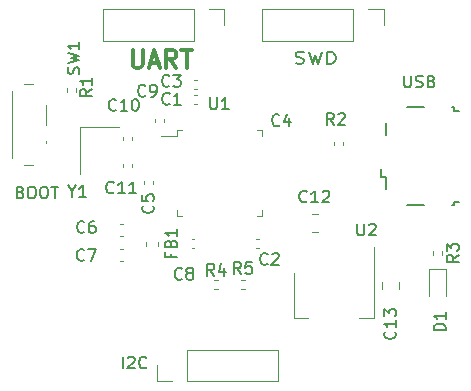
<source format=gbr>
%TF.GenerationSoftware,KiCad,Pcbnew,7.0.8*%
%TF.CreationDate,2025-06-01T22:45:16-07:00*%
%TF.ProjectId,ohm_project,6f686d5f-7072-46f6-9a65-63742e6b6963,rev?*%
%TF.SameCoordinates,Original*%
%TF.FileFunction,Legend,Top*%
%TF.FilePolarity,Positive*%
%FSLAX46Y46*%
G04 Gerber Fmt 4.6, Leading zero omitted, Abs format (unit mm)*
G04 Created by KiCad (PCBNEW 7.0.8) date 2025-06-01 22:45:16*
%MOMM*%
%LPD*%
G01*
G04 APERTURE LIST*
%ADD10C,0.150000*%
%ADD11C,0.300000*%
%ADD12C,0.200000*%
%ADD13C,0.120000*%
G04 APERTURE END LIST*
D10*
X176136779Y-47669819D02*
X176136779Y-48479342D01*
X176136779Y-48479342D02*
X176184398Y-48574580D01*
X176184398Y-48574580D02*
X176232017Y-48622200D01*
X176232017Y-48622200D02*
X176327255Y-48669819D01*
X176327255Y-48669819D02*
X176517731Y-48669819D01*
X176517731Y-48669819D02*
X176612969Y-48622200D01*
X176612969Y-48622200D02*
X176660588Y-48574580D01*
X176660588Y-48574580D02*
X176708207Y-48479342D01*
X176708207Y-48479342D02*
X176708207Y-47669819D01*
X177136779Y-48622200D02*
X177279636Y-48669819D01*
X177279636Y-48669819D02*
X177517731Y-48669819D01*
X177517731Y-48669819D02*
X177612969Y-48622200D01*
X177612969Y-48622200D02*
X177660588Y-48574580D01*
X177660588Y-48574580D02*
X177708207Y-48479342D01*
X177708207Y-48479342D02*
X177708207Y-48384104D01*
X177708207Y-48384104D02*
X177660588Y-48288866D01*
X177660588Y-48288866D02*
X177612969Y-48241247D01*
X177612969Y-48241247D02*
X177517731Y-48193628D01*
X177517731Y-48193628D02*
X177327255Y-48146009D01*
X177327255Y-48146009D02*
X177232017Y-48098390D01*
X177232017Y-48098390D02*
X177184398Y-48050771D01*
X177184398Y-48050771D02*
X177136779Y-47955533D01*
X177136779Y-47955533D02*
X177136779Y-47860295D01*
X177136779Y-47860295D02*
X177184398Y-47765057D01*
X177184398Y-47765057D02*
X177232017Y-47717438D01*
X177232017Y-47717438D02*
X177327255Y-47669819D01*
X177327255Y-47669819D02*
X177565350Y-47669819D01*
X177565350Y-47669819D02*
X177708207Y-47717438D01*
X178470112Y-48146009D02*
X178612969Y-48193628D01*
X178612969Y-48193628D02*
X178660588Y-48241247D01*
X178660588Y-48241247D02*
X178708207Y-48336485D01*
X178708207Y-48336485D02*
X178708207Y-48479342D01*
X178708207Y-48479342D02*
X178660588Y-48574580D01*
X178660588Y-48574580D02*
X178612969Y-48622200D01*
X178612969Y-48622200D02*
X178517731Y-48669819D01*
X178517731Y-48669819D02*
X178136779Y-48669819D01*
X178136779Y-48669819D02*
X178136779Y-47669819D01*
X178136779Y-47669819D02*
X178470112Y-47669819D01*
X178470112Y-47669819D02*
X178565350Y-47717438D01*
X178565350Y-47717438D02*
X178612969Y-47765057D01*
X178612969Y-47765057D02*
X178660588Y-47860295D01*
X178660588Y-47860295D02*
X178660588Y-47955533D01*
X178660588Y-47955533D02*
X178612969Y-48050771D01*
X178612969Y-48050771D02*
X178565350Y-48098390D01*
X178565350Y-48098390D02*
X178470112Y-48146009D01*
X178470112Y-48146009D02*
X178136779Y-48146009D01*
X152336779Y-72469819D02*
X152336779Y-71469819D01*
X152765350Y-71565057D02*
X152812969Y-71517438D01*
X152812969Y-71517438D02*
X152908207Y-71469819D01*
X152908207Y-71469819D02*
X153146302Y-71469819D01*
X153146302Y-71469819D02*
X153241540Y-71517438D01*
X153241540Y-71517438D02*
X153289159Y-71565057D01*
X153289159Y-71565057D02*
X153336778Y-71660295D01*
X153336778Y-71660295D02*
X153336778Y-71755533D01*
X153336778Y-71755533D02*
X153289159Y-71898390D01*
X153289159Y-71898390D02*
X152717731Y-72469819D01*
X152717731Y-72469819D02*
X153336778Y-72469819D01*
X154336778Y-72374580D02*
X154289159Y-72422200D01*
X154289159Y-72422200D02*
X154146302Y-72469819D01*
X154146302Y-72469819D02*
X154051064Y-72469819D01*
X154051064Y-72469819D02*
X153908207Y-72422200D01*
X153908207Y-72422200D02*
X153812969Y-72326961D01*
X153812969Y-72326961D02*
X153765350Y-72231723D01*
X153765350Y-72231723D02*
X153717731Y-72041247D01*
X153717731Y-72041247D02*
X153717731Y-71898390D01*
X153717731Y-71898390D02*
X153765350Y-71707914D01*
X153765350Y-71707914D02*
X153812969Y-71612676D01*
X153812969Y-71612676D02*
X153908207Y-71517438D01*
X153908207Y-71517438D02*
X154051064Y-71469819D01*
X154051064Y-71469819D02*
X154146302Y-71469819D01*
X154146302Y-71469819D02*
X154289159Y-71517438D01*
X154289159Y-71517438D02*
X154336778Y-71565057D01*
X143670112Y-57546009D02*
X143812969Y-57593628D01*
X143812969Y-57593628D02*
X143860588Y-57641247D01*
X143860588Y-57641247D02*
X143908207Y-57736485D01*
X143908207Y-57736485D02*
X143908207Y-57879342D01*
X143908207Y-57879342D02*
X143860588Y-57974580D01*
X143860588Y-57974580D02*
X143812969Y-58022200D01*
X143812969Y-58022200D02*
X143717731Y-58069819D01*
X143717731Y-58069819D02*
X143336779Y-58069819D01*
X143336779Y-58069819D02*
X143336779Y-57069819D01*
X143336779Y-57069819D02*
X143670112Y-57069819D01*
X143670112Y-57069819D02*
X143765350Y-57117438D01*
X143765350Y-57117438D02*
X143812969Y-57165057D01*
X143812969Y-57165057D02*
X143860588Y-57260295D01*
X143860588Y-57260295D02*
X143860588Y-57355533D01*
X143860588Y-57355533D02*
X143812969Y-57450771D01*
X143812969Y-57450771D02*
X143765350Y-57498390D01*
X143765350Y-57498390D02*
X143670112Y-57546009D01*
X143670112Y-57546009D02*
X143336779Y-57546009D01*
X144527255Y-57069819D02*
X144717731Y-57069819D01*
X144717731Y-57069819D02*
X144812969Y-57117438D01*
X144812969Y-57117438D02*
X144908207Y-57212676D01*
X144908207Y-57212676D02*
X144955826Y-57403152D01*
X144955826Y-57403152D02*
X144955826Y-57736485D01*
X144955826Y-57736485D02*
X144908207Y-57926961D01*
X144908207Y-57926961D02*
X144812969Y-58022200D01*
X144812969Y-58022200D02*
X144717731Y-58069819D01*
X144717731Y-58069819D02*
X144527255Y-58069819D01*
X144527255Y-58069819D02*
X144432017Y-58022200D01*
X144432017Y-58022200D02*
X144336779Y-57926961D01*
X144336779Y-57926961D02*
X144289160Y-57736485D01*
X144289160Y-57736485D02*
X144289160Y-57403152D01*
X144289160Y-57403152D02*
X144336779Y-57212676D01*
X144336779Y-57212676D02*
X144432017Y-57117438D01*
X144432017Y-57117438D02*
X144527255Y-57069819D01*
X145574874Y-57069819D02*
X145765350Y-57069819D01*
X145765350Y-57069819D02*
X145860588Y-57117438D01*
X145860588Y-57117438D02*
X145955826Y-57212676D01*
X145955826Y-57212676D02*
X146003445Y-57403152D01*
X146003445Y-57403152D02*
X146003445Y-57736485D01*
X146003445Y-57736485D02*
X145955826Y-57926961D01*
X145955826Y-57926961D02*
X145860588Y-58022200D01*
X145860588Y-58022200D02*
X145765350Y-58069819D01*
X145765350Y-58069819D02*
X145574874Y-58069819D01*
X145574874Y-58069819D02*
X145479636Y-58022200D01*
X145479636Y-58022200D02*
X145384398Y-57926961D01*
X145384398Y-57926961D02*
X145336779Y-57736485D01*
X145336779Y-57736485D02*
X145336779Y-57403152D01*
X145336779Y-57403152D02*
X145384398Y-57212676D01*
X145384398Y-57212676D02*
X145479636Y-57117438D01*
X145479636Y-57117438D02*
X145574874Y-57069819D01*
X146289160Y-57069819D02*
X146860588Y-57069819D01*
X146574874Y-58069819D02*
X146574874Y-57069819D01*
D11*
X153154510Y-45500828D02*
X153154510Y-46715114D01*
X153154510Y-46715114D02*
X153225939Y-46857971D01*
X153225939Y-46857971D02*
X153297368Y-46929400D01*
X153297368Y-46929400D02*
X153440225Y-47000828D01*
X153440225Y-47000828D02*
X153725939Y-47000828D01*
X153725939Y-47000828D02*
X153868796Y-46929400D01*
X153868796Y-46929400D02*
X153940225Y-46857971D01*
X153940225Y-46857971D02*
X154011653Y-46715114D01*
X154011653Y-46715114D02*
X154011653Y-45500828D01*
X154654511Y-46572257D02*
X155368797Y-46572257D01*
X154511654Y-47000828D02*
X155011654Y-45500828D01*
X155011654Y-45500828D02*
X155511654Y-47000828D01*
X156868796Y-47000828D02*
X156368796Y-46286542D01*
X156011653Y-47000828D02*
X156011653Y-45500828D01*
X156011653Y-45500828D02*
X156583082Y-45500828D01*
X156583082Y-45500828D02*
X156725939Y-45572257D01*
X156725939Y-45572257D02*
X156797368Y-45643685D01*
X156797368Y-45643685D02*
X156868796Y-45786542D01*
X156868796Y-45786542D02*
X156868796Y-46000828D01*
X156868796Y-46000828D02*
X156797368Y-46143685D01*
X156797368Y-46143685D02*
X156725939Y-46215114D01*
X156725939Y-46215114D02*
X156583082Y-46286542D01*
X156583082Y-46286542D02*
X156011653Y-46286542D01*
X157297368Y-45500828D02*
X158154511Y-45500828D01*
X157725939Y-47000828D02*
X157725939Y-45500828D01*
D12*
X166969673Y-46619600D02*
X167148244Y-46667219D01*
X167148244Y-46667219D02*
X167445863Y-46667219D01*
X167445863Y-46667219D02*
X167564911Y-46619600D01*
X167564911Y-46619600D02*
X167624435Y-46571980D01*
X167624435Y-46571980D02*
X167683958Y-46476742D01*
X167683958Y-46476742D02*
X167683958Y-46381504D01*
X167683958Y-46381504D02*
X167624435Y-46286266D01*
X167624435Y-46286266D02*
X167564911Y-46238647D01*
X167564911Y-46238647D02*
X167445863Y-46191028D01*
X167445863Y-46191028D02*
X167207768Y-46143409D01*
X167207768Y-46143409D02*
X167088720Y-46095790D01*
X167088720Y-46095790D02*
X167029197Y-46048171D01*
X167029197Y-46048171D02*
X166969673Y-45952933D01*
X166969673Y-45952933D02*
X166969673Y-45857695D01*
X166969673Y-45857695D02*
X167029197Y-45762457D01*
X167029197Y-45762457D02*
X167088720Y-45714838D01*
X167088720Y-45714838D02*
X167207768Y-45667219D01*
X167207768Y-45667219D02*
X167505387Y-45667219D01*
X167505387Y-45667219D02*
X167683958Y-45714838D01*
X168100625Y-45667219D02*
X168398244Y-46667219D01*
X168398244Y-46667219D02*
X168636339Y-45952933D01*
X168636339Y-45952933D02*
X168874434Y-46667219D01*
X168874434Y-46667219D02*
X169172054Y-45667219D01*
X169648244Y-46667219D02*
X169648244Y-45667219D01*
X169648244Y-45667219D02*
X169945863Y-45667219D01*
X169945863Y-45667219D02*
X170124434Y-45714838D01*
X170124434Y-45714838D02*
X170243482Y-45810076D01*
X170243482Y-45810076D02*
X170303005Y-45905314D01*
X170303005Y-45905314D02*
X170362529Y-46095790D01*
X170362529Y-46095790D02*
X170362529Y-46238647D01*
X170362529Y-46238647D02*
X170303005Y-46429123D01*
X170303005Y-46429123D02*
X170243482Y-46524361D01*
X170243482Y-46524361D02*
X170124434Y-46619600D01*
X170124434Y-46619600D02*
X169945863Y-46667219D01*
X169945863Y-46667219D02*
X169648244Y-46667219D01*
D10*
X154859580Y-58686666D02*
X154907200Y-58734285D01*
X154907200Y-58734285D02*
X154954819Y-58877142D01*
X154954819Y-58877142D02*
X154954819Y-58972380D01*
X154954819Y-58972380D02*
X154907200Y-59115237D01*
X154907200Y-59115237D02*
X154811961Y-59210475D01*
X154811961Y-59210475D02*
X154716723Y-59258094D01*
X154716723Y-59258094D02*
X154526247Y-59305713D01*
X154526247Y-59305713D02*
X154383390Y-59305713D01*
X154383390Y-59305713D02*
X154192914Y-59258094D01*
X154192914Y-59258094D02*
X154097676Y-59210475D01*
X154097676Y-59210475D02*
X154002438Y-59115237D01*
X154002438Y-59115237D02*
X153954819Y-58972380D01*
X153954819Y-58972380D02*
X153954819Y-58877142D01*
X153954819Y-58877142D02*
X154002438Y-58734285D01*
X154002438Y-58734285D02*
X154050057Y-58686666D01*
X153954819Y-57781904D02*
X153954819Y-58258094D01*
X153954819Y-58258094D02*
X154431009Y-58305713D01*
X154431009Y-58305713D02*
X154383390Y-58258094D01*
X154383390Y-58258094D02*
X154335771Y-58162856D01*
X154335771Y-58162856D02*
X154335771Y-57924761D01*
X154335771Y-57924761D02*
X154383390Y-57829523D01*
X154383390Y-57829523D02*
X154431009Y-57781904D01*
X154431009Y-57781904D02*
X154526247Y-57734285D01*
X154526247Y-57734285D02*
X154764342Y-57734285D01*
X154764342Y-57734285D02*
X154859580Y-57781904D01*
X154859580Y-57781904D02*
X154907200Y-57829523D01*
X154907200Y-57829523D02*
X154954819Y-57924761D01*
X154954819Y-57924761D02*
X154954819Y-58162856D01*
X154954819Y-58162856D02*
X154907200Y-58258094D01*
X154907200Y-58258094D02*
X154859580Y-58305713D01*
X167907142Y-58309580D02*
X167859523Y-58357200D01*
X167859523Y-58357200D02*
X167716666Y-58404819D01*
X167716666Y-58404819D02*
X167621428Y-58404819D01*
X167621428Y-58404819D02*
X167478571Y-58357200D01*
X167478571Y-58357200D02*
X167383333Y-58261961D01*
X167383333Y-58261961D02*
X167335714Y-58166723D01*
X167335714Y-58166723D02*
X167288095Y-57976247D01*
X167288095Y-57976247D02*
X167288095Y-57833390D01*
X167288095Y-57833390D02*
X167335714Y-57642914D01*
X167335714Y-57642914D02*
X167383333Y-57547676D01*
X167383333Y-57547676D02*
X167478571Y-57452438D01*
X167478571Y-57452438D02*
X167621428Y-57404819D01*
X167621428Y-57404819D02*
X167716666Y-57404819D01*
X167716666Y-57404819D02*
X167859523Y-57452438D01*
X167859523Y-57452438D02*
X167907142Y-57500057D01*
X168859523Y-58404819D02*
X168288095Y-58404819D01*
X168573809Y-58404819D02*
X168573809Y-57404819D01*
X168573809Y-57404819D02*
X168478571Y-57547676D01*
X168478571Y-57547676D02*
X168383333Y-57642914D01*
X168383333Y-57642914D02*
X168288095Y-57690533D01*
X169240476Y-57500057D02*
X169288095Y-57452438D01*
X169288095Y-57452438D02*
X169383333Y-57404819D01*
X169383333Y-57404819D02*
X169621428Y-57404819D01*
X169621428Y-57404819D02*
X169716666Y-57452438D01*
X169716666Y-57452438D02*
X169764285Y-57500057D01*
X169764285Y-57500057D02*
X169811904Y-57595295D01*
X169811904Y-57595295D02*
X169811904Y-57690533D01*
X169811904Y-57690533D02*
X169764285Y-57833390D01*
X169764285Y-57833390D02*
X169192857Y-58404819D01*
X169192857Y-58404819D02*
X169811904Y-58404819D01*
X179654819Y-69250594D02*
X178654819Y-69250594D01*
X178654819Y-69250594D02*
X178654819Y-69012499D01*
X178654819Y-69012499D02*
X178702438Y-68869642D01*
X178702438Y-68869642D02*
X178797676Y-68774404D01*
X178797676Y-68774404D02*
X178892914Y-68726785D01*
X178892914Y-68726785D02*
X179083390Y-68679166D01*
X179083390Y-68679166D02*
X179226247Y-68679166D01*
X179226247Y-68679166D02*
X179416723Y-68726785D01*
X179416723Y-68726785D02*
X179511961Y-68774404D01*
X179511961Y-68774404D02*
X179607200Y-68869642D01*
X179607200Y-68869642D02*
X179654819Y-69012499D01*
X179654819Y-69012499D02*
X179654819Y-69250594D01*
X179654819Y-67726785D02*
X179654819Y-68298213D01*
X179654819Y-68012499D02*
X178654819Y-68012499D01*
X178654819Y-68012499D02*
X178797676Y-68107737D01*
X178797676Y-68107737D02*
X178892914Y-68202975D01*
X178892914Y-68202975D02*
X178940533Y-68298213D01*
X148023809Y-57478628D02*
X148023809Y-57954819D01*
X147690476Y-56954819D02*
X148023809Y-57478628D01*
X148023809Y-57478628D02*
X148357142Y-56954819D01*
X149214285Y-57954819D02*
X148642857Y-57954819D01*
X148928571Y-57954819D02*
X148928571Y-56954819D01*
X148928571Y-56954819D02*
X148833333Y-57097676D01*
X148833333Y-57097676D02*
X148738095Y-57192914D01*
X148738095Y-57192914D02*
X148642857Y-57240533D01*
X151757142Y-50559580D02*
X151709523Y-50607200D01*
X151709523Y-50607200D02*
X151566666Y-50654819D01*
X151566666Y-50654819D02*
X151471428Y-50654819D01*
X151471428Y-50654819D02*
X151328571Y-50607200D01*
X151328571Y-50607200D02*
X151233333Y-50511961D01*
X151233333Y-50511961D02*
X151185714Y-50416723D01*
X151185714Y-50416723D02*
X151138095Y-50226247D01*
X151138095Y-50226247D02*
X151138095Y-50083390D01*
X151138095Y-50083390D02*
X151185714Y-49892914D01*
X151185714Y-49892914D02*
X151233333Y-49797676D01*
X151233333Y-49797676D02*
X151328571Y-49702438D01*
X151328571Y-49702438D02*
X151471428Y-49654819D01*
X151471428Y-49654819D02*
X151566666Y-49654819D01*
X151566666Y-49654819D02*
X151709523Y-49702438D01*
X151709523Y-49702438D02*
X151757142Y-49750057D01*
X152709523Y-50654819D02*
X152138095Y-50654819D01*
X152423809Y-50654819D02*
X152423809Y-49654819D01*
X152423809Y-49654819D02*
X152328571Y-49797676D01*
X152328571Y-49797676D02*
X152233333Y-49892914D01*
X152233333Y-49892914D02*
X152138095Y-49940533D01*
X153328571Y-49654819D02*
X153423809Y-49654819D01*
X153423809Y-49654819D02*
X153519047Y-49702438D01*
X153519047Y-49702438D02*
X153566666Y-49750057D01*
X153566666Y-49750057D02*
X153614285Y-49845295D01*
X153614285Y-49845295D02*
X153661904Y-50035771D01*
X153661904Y-50035771D02*
X153661904Y-50273866D01*
X153661904Y-50273866D02*
X153614285Y-50464342D01*
X153614285Y-50464342D02*
X153566666Y-50559580D01*
X153566666Y-50559580D02*
X153519047Y-50607200D01*
X153519047Y-50607200D02*
X153423809Y-50654819D01*
X153423809Y-50654819D02*
X153328571Y-50654819D01*
X153328571Y-50654819D02*
X153233333Y-50607200D01*
X153233333Y-50607200D02*
X153185714Y-50559580D01*
X153185714Y-50559580D02*
X153138095Y-50464342D01*
X153138095Y-50464342D02*
X153090476Y-50273866D01*
X153090476Y-50273866D02*
X153090476Y-50035771D01*
X153090476Y-50035771D02*
X153138095Y-49845295D01*
X153138095Y-49845295D02*
X153185714Y-49750057D01*
X153185714Y-49750057D02*
X153233333Y-49702438D01*
X153233333Y-49702438D02*
X153328571Y-49654819D01*
D12*
X159738095Y-49514719D02*
X159738095Y-50324242D01*
X159738095Y-50324242D02*
X159785714Y-50419480D01*
X159785714Y-50419480D02*
X159833333Y-50467100D01*
X159833333Y-50467100D02*
X159928571Y-50514719D01*
X159928571Y-50514719D02*
X160119047Y-50514719D01*
X160119047Y-50514719D02*
X160214285Y-50467100D01*
X160214285Y-50467100D02*
X160261904Y-50419480D01*
X160261904Y-50419480D02*
X160309523Y-50324242D01*
X160309523Y-50324242D02*
X160309523Y-49514719D01*
X161309523Y-50514719D02*
X160738095Y-50514719D01*
X161023809Y-50514719D02*
X161023809Y-49514719D01*
X161023809Y-49514719D02*
X160928571Y-49657576D01*
X160928571Y-49657576D02*
X160833333Y-49752814D01*
X160833333Y-49752814D02*
X160738095Y-49800433D01*
D10*
X170183333Y-51854819D02*
X169850000Y-51378628D01*
X169611905Y-51854819D02*
X169611905Y-50854819D01*
X169611905Y-50854819D02*
X169992857Y-50854819D01*
X169992857Y-50854819D02*
X170088095Y-50902438D01*
X170088095Y-50902438D02*
X170135714Y-50950057D01*
X170135714Y-50950057D02*
X170183333Y-51045295D01*
X170183333Y-51045295D02*
X170183333Y-51188152D01*
X170183333Y-51188152D02*
X170135714Y-51283390D01*
X170135714Y-51283390D02*
X170088095Y-51331009D01*
X170088095Y-51331009D02*
X169992857Y-51378628D01*
X169992857Y-51378628D02*
X169611905Y-51378628D01*
X170564286Y-50950057D02*
X170611905Y-50902438D01*
X170611905Y-50902438D02*
X170707143Y-50854819D01*
X170707143Y-50854819D02*
X170945238Y-50854819D01*
X170945238Y-50854819D02*
X171040476Y-50902438D01*
X171040476Y-50902438D02*
X171088095Y-50950057D01*
X171088095Y-50950057D02*
X171135714Y-51045295D01*
X171135714Y-51045295D02*
X171135714Y-51140533D01*
X171135714Y-51140533D02*
X171088095Y-51283390D01*
X171088095Y-51283390D02*
X170516667Y-51854819D01*
X170516667Y-51854819D02*
X171135714Y-51854819D01*
X148607200Y-47533332D02*
X148654819Y-47390475D01*
X148654819Y-47390475D02*
X148654819Y-47152380D01*
X148654819Y-47152380D02*
X148607200Y-47057142D01*
X148607200Y-47057142D02*
X148559580Y-47009523D01*
X148559580Y-47009523D02*
X148464342Y-46961904D01*
X148464342Y-46961904D02*
X148369104Y-46961904D01*
X148369104Y-46961904D02*
X148273866Y-47009523D01*
X148273866Y-47009523D02*
X148226247Y-47057142D01*
X148226247Y-47057142D02*
X148178628Y-47152380D01*
X148178628Y-47152380D02*
X148131009Y-47342856D01*
X148131009Y-47342856D02*
X148083390Y-47438094D01*
X148083390Y-47438094D02*
X148035771Y-47485713D01*
X148035771Y-47485713D02*
X147940533Y-47533332D01*
X147940533Y-47533332D02*
X147845295Y-47533332D01*
X147845295Y-47533332D02*
X147750057Y-47485713D01*
X147750057Y-47485713D02*
X147702438Y-47438094D01*
X147702438Y-47438094D02*
X147654819Y-47342856D01*
X147654819Y-47342856D02*
X147654819Y-47104761D01*
X147654819Y-47104761D02*
X147702438Y-46961904D01*
X147654819Y-46628570D02*
X148654819Y-46390475D01*
X148654819Y-46390475D02*
X147940533Y-46199999D01*
X147940533Y-46199999D02*
X148654819Y-46009523D01*
X148654819Y-46009523D02*
X147654819Y-45771428D01*
X148654819Y-44866666D02*
X148654819Y-45438094D01*
X148654819Y-45152380D02*
X147654819Y-45152380D01*
X147654819Y-45152380D02*
X147797676Y-45247618D01*
X147797676Y-45247618D02*
X147892914Y-45342856D01*
X147892914Y-45342856D02*
X147940533Y-45438094D01*
X164583333Y-63609580D02*
X164535714Y-63657200D01*
X164535714Y-63657200D02*
X164392857Y-63704819D01*
X164392857Y-63704819D02*
X164297619Y-63704819D01*
X164297619Y-63704819D02*
X164154762Y-63657200D01*
X164154762Y-63657200D02*
X164059524Y-63561961D01*
X164059524Y-63561961D02*
X164011905Y-63466723D01*
X164011905Y-63466723D02*
X163964286Y-63276247D01*
X163964286Y-63276247D02*
X163964286Y-63133390D01*
X163964286Y-63133390D02*
X164011905Y-62942914D01*
X164011905Y-62942914D02*
X164059524Y-62847676D01*
X164059524Y-62847676D02*
X164154762Y-62752438D01*
X164154762Y-62752438D02*
X164297619Y-62704819D01*
X164297619Y-62704819D02*
X164392857Y-62704819D01*
X164392857Y-62704819D02*
X164535714Y-62752438D01*
X164535714Y-62752438D02*
X164583333Y-62800057D01*
X164964286Y-62800057D02*
X165011905Y-62752438D01*
X165011905Y-62752438D02*
X165107143Y-62704819D01*
X165107143Y-62704819D02*
X165345238Y-62704819D01*
X165345238Y-62704819D02*
X165440476Y-62752438D01*
X165440476Y-62752438D02*
X165488095Y-62800057D01*
X165488095Y-62800057D02*
X165535714Y-62895295D01*
X165535714Y-62895295D02*
X165535714Y-62990533D01*
X165535714Y-62990533D02*
X165488095Y-63133390D01*
X165488095Y-63133390D02*
X164916667Y-63704819D01*
X164916667Y-63704819D02*
X165535714Y-63704819D01*
X172188095Y-60204819D02*
X172188095Y-61014342D01*
X172188095Y-61014342D02*
X172235714Y-61109580D01*
X172235714Y-61109580D02*
X172283333Y-61157200D01*
X172283333Y-61157200D02*
X172378571Y-61204819D01*
X172378571Y-61204819D02*
X172569047Y-61204819D01*
X172569047Y-61204819D02*
X172664285Y-61157200D01*
X172664285Y-61157200D02*
X172711904Y-61109580D01*
X172711904Y-61109580D02*
X172759523Y-61014342D01*
X172759523Y-61014342D02*
X172759523Y-60204819D01*
X173188095Y-60300057D02*
X173235714Y-60252438D01*
X173235714Y-60252438D02*
X173330952Y-60204819D01*
X173330952Y-60204819D02*
X173569047Y-60204819D01*
X173569047Y-60204819D02*
X173664285Y-60252438D01*
X173664285Y-60252438D02*
X173711904Y-60300057D01*
X173711904Y-60300057D02*
X173759523Y-60395295D01*
X173759523Y-60395295D02*
X173759523Y-60490533D01*
X173759523Y-60490533D02*
X173711904Y-60633390D01*
X173711904Y-60633390D02*
X173140476Y-61204819D01*
X173140476Y-61204819D02*
X173759523Y-61204819D01*
X160063333Y-64604819D02*
X159730000Y-64128628D01*
X159491905Y-64604819D02*
X159491905Y-63604819D01*
X159491905Y-63604819D02*
X159872857Y-63604819D01*
X159872857Y-63604819D02*
X159968095Y-63652438D01*
X159968095Y-63652438D02*
X160015714Y-63700057D01*
X160015714Y-63700057D02*
X160063333Y-63795295D01*
X160063333Y-63795295D02*
X160063333Y-63938152D01*
X160063333Y-63938152D02*
X160015714Y-64033390D01*
X160015714Y-64033390D02*
X159968095Y-64081009D01*
X159968095Y-64081009D02*
X159872857Y-64128628D01*
X159872857Y-64128628D02*
X159491905Y-64128628D01*
X160920476Y-63938152D02*
X160920476Y-64604819D01*
X160682381Y-63557200D02*
X160444286Y-64271485D01*
X160444286Y-64271485D02*
X161063333Y-64271485D01*
X156267333Y-48515580D02*
X156219714Y-48563200D01*
X156219714Y-48563200D02*
X156076857Y-48610819D01*
X156076857Y-48610819D02*
X155981619Y-48610819D01*
X155981619Y-48610819D02*
X155838762Y-48563200D01*
X155838762Y-48563200D02*
X155743524Y-48467961D01*
X155743524Y-48467961D02*
X155695905Y-48372723D01*
X155695905Y-48372723D02*
X155648286Y-48182247D01*
X155648286Y-48182247D02*
X155648286Y-48039390D01*
X155648286Y-48039390D02*
X155695905Y-47848914D01*
X155695905Y-47848914D02*
X155743524Y-47753676D01*
X155743524Y-47753676D02*
X155838762Y-47658438D01*
X155838762Y-47658438D02*
X155981619Y-47610819D01*
X155981619Y-47610819D02*
X156076857Y-47610819D01*
X156076857Y-47610819D02*
X156219714Y-47658438D01*
X156219714Y-47658438D02*
X156267333Y-47706057D01*
X156600667Y-47610819D02*
X157219714Y-47610819D01*
X157219714Y-47610819D02*
X156886381Y-47991771D01*
X156886381Y-47991771D02*
X157029238Y-47991771D01*
X157029238Y-47991771D02*
X157124476Y-48039390D01*
X157124476Y-48039390D02*
X157172095Y-48087009D01*
X157172095Y-48087009D02*
X157219714Y-48182247D01*
X157219714Y-48182247D02*
X157219714Y-48420342D01*
X157219714Y-48420342D02*
X157172095Y-48515580D01*
X157172095Y-48515580D02*
X157124476Y-48563200D01*
X157124476Y-48563200D02*
X157029238Y-48610819D01*
X157029238Y-48610819D02*
X156743524Y-48610819D01*
X156743524Y-48610819D02*
X156648286Y-48563200D01*
X156648286Y-48563200D02*
X156600667Y-48515580D01*
X165583333Y-51859580D02*
X165535714Y-51907200D01*
X165535714Y-51907200D02*
X165392857Y-51954819D01*
X165392857Y-51954819D02*
X165297619Y-51954819D01*
X165297619Y-51954819D02*
X165154762Y-51907200D01*
X165154762Y-51907200D02*
X165059524Y-51811961D01*
X165059524Y-51811961D02*
X165011905Y-51716723D01*
X165011905Y-51716723D02*
X164964286Y-51526247D01*
X164964286Y-51526247D02*
X164964286Y-51383390D01*
X164964286Y-51383390D02*
X165011905Y-51192914D01*
X165011905Y-51192914D02*
X165059524Y-51097676D01*
X165059524Y-51097676D02*
X165154762Y-51002438D01*
X165154762Y-51002438D02*
X165297619Y-50954819D01*
X165297619Y-50954819D02*
X165392857Y-50954819D01*
X165392857Y-50954819D02*
X165535714Y-51002438D01*
X165535714Y-51002438D02*
X165583333Y-51050057D01*
X166440476Y-51288152D02*
X166440476Y-51954819D01*
X166202381Y-50907200D02*
X165964286Y-51621485D01*
X165964286Y-51621485D02*
X166583333Y-51621485D01*
X156295333Y-50039580D02*
X156247714Y-50087200D01*
X156247714Y-50087200D02*
X156104857Y-50134819D01*
X156104857Y-50134819D02*
X156009619Y-50134819D01*
X156009619Y-50134819D02*
X155866762Y-50087200D01*
X155866762Y-50087200D02*
X155771524Y-49991961D01*
X155771524Y-49991961D02*
X155723905Y-49896723D01*
X155723905Y-49896723D02*
X155676286Y-49706247D01*
X155676286Y-49706247D02*
X155676286Y-49563390D01*
X155676286Y-49563390D02*
X155723905Y-49372914D01*
X155723905Y-49372914D02*
X155771524Y-49277676D01*
X155771524Y-49277676D02*
X155866762Y-49182438D01*
X155866762Y-49182438D02*
X156009619Y-49134819D01*
X156009619Y-49134819D02*
X156104857Y-49134819D01*
X156104857Y-49134819D02*
X156247714Y-49182438D01*
X156247714Y-49182438D02*
X156295333Y-49230057D01*
X157247714Y-50134819D02*
X156676286Y-50134819D01*
X156962000Y-50134819D02*
X156962000Y-49134819D01*
X156962000Y-49134819D02*
X156866762Y-49277676D01*
X156866762Y-49277676D02*
X156771524Y-49372914D01*
X156771524Y-49372914D02*
X156676286Y-49420533D01*
X154233333Y-49359580D02*
X154185714Y-49407200D01*
X154185714Y-49407200D02*
X154042857Y-49454819D01*
X154042857Y-49454819D02*
X153947619Y-49454819D01*
X153947619Y-49454819D02*
X153804762Y-49407200D01*
X153804762Y-49407200D02*
X153709524Y-49311961D01*
X153709524Y-49311961D02*
X153661905Y-49216723D01*
X153661905Y-49216723D02*
X153614286Y-49026247D01*
X153614286Y-49026247D02*
X153614286Y-48883390D01*
X153614286Y-48883390D02*
X153661905Y-48692914D01*
X153661905Y-48692914D02*
X153709524Y-48597676D01*
X153709524Y-48597676D02*
X153804762Y-48502438D01*
X153804762Y-48502438D02*
X153947619Y-48454819D01*
X153947619Y-48454819D02*
X154042857Y-48454819D01*
X154042857Y-48454819D02*
X154185714Y-48502438D01*
X154185714Y-48502438D02*
X154233333Y-48550057D01*
X154709524Y-49454819D02*
X154900000Y-49454819D01*
X154900000Y-49454819D02*
X154995238Y-49407200D01*
X154995238Y-49407200D02*
X155042857Y-49359580D01*
X155042857Y-49359580D02*
X155138095Y-49216723D01*
X155138095Y-49216723D02*
X155185714Y-49026247D01*
X155185714Y-49026247D02*
X155185714Y-48645295D01*
X155185714Y-48645295D02*
X155138095Y-48550057D01*
X155138095Y-48550057D02*
X155090476Y-48502438D01*
X155090476Y-48502438D02*
X154995238Y-48454819D01*
X154995238Y-48454819D02*
X154804762Y-48454819D01*
X154804762Y-48454819D02*
X154709524Y-48502438D01*
X154709524Y-48502438D02*
X154661905Y-48550057D01*
X154661905Y-48550057D02*
X154614286Y-48645295D01*
X154614286Y-48645295D02*
X154614286Y-48883390D01*
X154614286Y-48883390D02*
X154661905Y-48978628D01*
X154661905Y-48978628D02*
X154709524Y-49026247D01*
X154709524Y-49026247D02*
X154804762Y-49073866D01*
X154804762Y-49073866D02*
X154995238Y-49073866D01*
X154995238Y-49073866D02*
X155090476Y-49026247D01*
X155090476Y-49026247D02*
X155138095Y-48978628D01*
X155138095Y-48978628D02*
X155185714Y-48883390D01*
X162333333Y-64454819D02*
X162000000Y-63978628D01*
X161761905Y-64454819D02*
X161761905Y-63454819D01*
X161761905Y-63454819D02*
X162142857Y-63454819D01*
X162142857Y-63454819D02*
X162238095Y-63502438D01*
X162238095Y-63502438D02*
X162285714Y-63550057D01*
X162285714Y-63550057D02*
X162333333Y-63645295D01*
X162333333Y-63645295D02*
X162333333Y-63788152D01*
X162333333Y-63788152D02*
X162285714Y-63883390D01*
X162285714Y-63883390D02*
X162238095Y-63931009D01*
X162238095Y-63931009D02*
X162142857Y-63978628D01*
X162142857Y-63978628D02*
X161761905Y-63978628D01*
X163238095Y-63454819D02*
X162761905Y-63454819D01*
X162761905Y-63454819D02*
X162714286Y-63931009D01*
X162714286Y-63931009D02*
X162761905Y-63883390D01*
X162761905Y-63883390D02*
X162857143Y-63835771D01*
X162857143Y-63835771D02*
X163095238Y-63835771D01*
X163095238Y-63835771D02*
X163190476Y-63883390D01*
X163190476Y-63883390D02*
X163238095Y-63931009D01*
X163238095Y-63931009D02*
X163285714Y-64026247D01*
X163285714Y-64026247D02*
X163285714Y-64264342D01*
X163285714Y-64264342D02*
X163238095Y-64359580D01*
X163238095Y-64359580D02*
X163190476Y-64407200D01*
X163190476Y-64407200D02*
X163095238Y-64454819D01*
X163095238Y-64454819D02*
X162857143Y-64454819D01*
X162857143Y-64454819D02*
X162761905Y-64407200D01*
X162761905Y-64407200D02*
X162714286Y-64359580D01*
X175359580Y-69342857D02*
X175407200Y-69390476D01*
X175407200Y-69390476D02*
X175454819Y-69533333D01*
X175454819Y-69533333D02*
X175454819Y-69628571D01*
X175454819Y-69628571D02*
X175407200Y-69771428D01*
X175407200Y-69771428D02*
X175311961Y-69866666D01*
X175311961Y-69866666D02*
X175216723Y-69914285D01*
X175216723Y-69914285D02*
X175026247Y-69961904D01*
X175026247Y-69961904D02*
X174883390Y-69961904D01*
X174883390Y-69961904D02*
X174692914Y-69914285D01*
X174692914Y-69914285D02*
X174597676Y-69866666D01*
X174597676Y-69866666D02*
X174502438Y-69771428D01*
X174502438Y-69771428D02*
X174454819Y-69628571D01*
X174454819Y-69628571D02*
X174454819Y-69533333D01*
X174454819Y-69533333D02*
X174502438Y-69390476D01*
X174502438Y-69390476D02*
X174550057Y-69342857D01*
X175454819Y-68390476D02*
X175454819Y-68961904D01*
X175454819Y-68676190D02*
X174454819Y-68676190D01*
X174454819Y-68676190D02*
X174597676Y-68771428D01*
X174597676Y-68771428D02*
X174692914Y-68866666D01*
X174692914Y-68866666D02*
X174740533Y-68961904D01*
X174454819Y-68057142D02*
X174454819Y-67438095D01*
X174454819Y-67438095D02*
X174835771Y-67771428D01*
X174835771Y-67771428D02*
X174835771Y-67628571D01*
X174835771Y-67628571D02*
X174883390Y-67533333D01*
X174883390Y-67533333D02*
X174931009Y-67485714D01*
X174931009Y-67485714D02*
X175026247Y-67438095D01*
X175026247Y-67438095D02*
X175264342Y-67438095D01*
X175264342Y-67438095D02*
X175359580Y-67485714D01*
X175359580Y-67485714D02*
X175407200Y-67533333D01*
X175407200Y-67533333D02*
X175454819Y-67628571D01*
X175454819Y-67628571D02*
X175454819Y-67914285D01*
X175454819Y-67914285D02*
X175407200Y-68009523D01*
X175407200Y-68009523D02*
X175359580Y-68057142D01*
X149053333Y-63259580D02*
X149005714Y-63307200D01*
X149005714Y-63307200D02*
X148862857Y-63354819D01*
X148862857Y-63354819D02*
X148767619Y-63354819D01*
X148767619Y-63354819D02*
X148624762Y-63307200D01*
X148624762Y-63307200D02*
X148529524Y-63211961D01*
X148529524Y-63211961D02*
X148481905Y-63116723D01*
X148481905Y-63116723D02*
X148434286Y-62926247D01*
X148434286Y-62926247D02*
X148434286Y-62783390D01*
X148434286Y-62783390D02*
X148481905Y-62592914D01*
X148481905Y-62592914D02*
X148529524Y-62497676D01*
X148529524Y-62497676D02*
X148624762Y-62402438D01*
X148624762Y-62402438D02*
X148767619Y-62354819D01*
X148767619Y-62354819D02*
X148862857Y-62354819D01*
X148862857Y-62354819D02*
X149005714Y-62402438D01*
X149005714Y-62402438D02*
X149053333Y-62450057D01*
X149386667Y-62354819D02*
X150053333Y-62354819D01*
X150053333Y-62354819D02*
X149624762Y-63354819D01*
X157333333Y-64859580D02*
X157285714Y-64907200D01*
X157285714Y-64907200D02*
X157142857Y-64954819D01*
X157142857Y-64954819D02*
X157047619Y-64954819D01*
X157047619Y-64954819D02*
X156904762Y-64907200D01*
X156904762Y-64907200D02*
X156809524Y-64811961D01*
X156809524Y-64811961D02*
X156761905Y-64716723D01*
X156761905Y-64716723D02*
X156714286Y-64526247D01*
X156714286Y-64526247D02*
X156714286Y-64383390D01*
X156714286Y-64383390D02*
X156761905Y-64192914D01*
X156761905Y-64192914D02*
X156809524Y-64097676D01*
X156809524Y-64097676D02*
X156904762Y-64002438D01*
X156904762Y-64002438D02*
X157047619Y-63954819D01*
X157047619Y-63954819D02*
X157142857Y-63954819D01*
X157142857Y-63954819D02*
X157285714Y-64002438D01*
X157285714Y-64002438D02*
X157333333Y-64050057D01*
X157904762Y-64383390D02*
X157809524Y-64335771D01*
X157809524Y-64335771D02*
X157761905Y-64288152D01*
X157761905Y-64288152D02*
X157714286Y-64192914D01*
X157714286Y-64192914D02*
X157714286Y-64145295D01*
X157714286Y-64145295D02*
X157761905Y-64050057D01*
X157761905Y-64050057D02*
X157809524Y-64002438D01*
X157809524Y-64002438D02*
X157904762Y-63954819D01*
X157904762Y-63954819D02*
X158095238Y-63954819D01*
X158095238Y-63954819D02*
X158190476Y-64002438D01*
X158190476Y-64002438D02*
X158238095Y-64050057D01*
X158238095Y-64050057D02*
X158285714Y-64145295D01*
X158285714Y-64145295D02*
X158285714Y-64192914D01*
X158285714Y-64192914D02*
X158238095Y-64288152D01*
X158238095Y-64288152D02*
X158190476Y-64335771D01*
X158190476Y-64335771D02*
X158095238Y-64383390D01*
X158095238Y-64383390D02*
X157904762Y-64383390D01*
X157904762Y-64383390D02*
X157809524Y-64431009D01*
X157809524Y-64431009D02*
X157761905Y-64478628D01*
X157761905Y-64478628D02*
X157714286Y-64573866D01*
X157714286Y-64573866D02*
X157714286Y-64764342D01*
X157714286Y-64764342D02*
X157761905Y-64859580D01*
X157761905Y-64859580D02*
X157809524Y-64907200D01*
X157809524Y-64907200D02*
X157904762Y-64954819D01*
X157904762Y-64954819D02*
X158095238Y-64954819D01*
X158095238Y-64954819D02*
X158190476Y-64907200D01*
X158190476Y-64907200D02*
X158238095Y-64859580D01*
X158238095Y-64859580D02*
X158285714Y-64764342D01*
X158285714Y-64764342D02*
X158285714Y-64573866D01*
X158285714Y-64573866D02*
X158238095Y-64478628D01*
X158238095Y-64478628D02*
X158190476Y-64431009D01*
X158190476Y-64431009D02*
X158095238Y-64383390D01*
X180754819Y-62856666D02*
X180278628Y-63189999D01*
X180754819Y-63428094D02*
X179754819Y-63428094D01*
X179754819Y-63428094D02*
X179754819Y-63047142D01*
X179754819Y-63047142D02*
X179802438Y-62951904D01*
X179802438Y-62951904D02*
X179850057Y-62904285D01*
X179850057Y-62904285D02*
X179945295Y-62856666D01*
X179945295Y-62856666D02*
X180088152Y-62856666D01*
X180088152Y-62856666D02*
X180183390Y-62904285D01*
X180183390Y-62904285D02*
X180231009Y-62951904D01*
X180231009Y-62951904D02*
X180278628Y-63047142D01*
X180278628Y-63047142D02*
X180278628Y-63428094D01*
X179754819Y-62523332D02*
X179754819Y-61904285D01*
X179754819Y-61904285D02*
X180135771Y-62237618D01*
X180135771Y-62237618D02*
X180135771Y-62094761D01*
X180135771Y-62094761D02*
X180183390Y-61999523D01*
X180183390Y-61999523D02*
X180231009Y-61951904D01*
X180231009Y-61951904D02*
X180326247Y-61904285D01*
X180326247Y-61904285D02*
X180564342Y-61904285D01*
X180564342Y-61904285D02*
X180659580Y-61951904D01*
X180659580Y-61951904D02*
X180707200Y-61999523D01*
X180707200Y-61999523D02*
X180754819Y-62094761D01*
X180754819Y-62094761D02*
X180754819Y-62380475D01*
X180754819Y-62380475D02*
X180707200Y-62475713D01*
X180707200Y-62475713D02*
X180659580Y-62523332D01*
X151557142Y-57559580D02*
X151509523Y-57607200D01*
X151509523Y-57607200D02*
X151366666Y-57654819D01*
X151366666Y-57654819D02*
X151271428Y-57654819D01*
X151271428Y-57654819D02*
X151128571Y-57607200D01*
X151128571Y-57607200D02*
X151033333Y-57511961D01*
X151033333Y-57511961D02*
X150985714Y-57416723D01*
X150985714Y-57416723D02*
X150938095Y-57226247D01*
X150938095Y-57226247D02*
X150938095Y-57083390D01*
X150938095Y-57083390D02*
X150985714Y-56892914D01*
X150985714Y-56892914D02*
X151033333Y-56797676D01*
X151033333Y-56797676D02*
X151128571Y-56702438D01*
X151128571Y-56702438D02*
X151271428Y-56654819D01*
X151271428Y-56654819D02*
X151366666Y-56654819D01*
X151366666Y-56654819D02*
X151509523Y-56702438D01*
X151509523Y-56702438D02*
X151557142Y-56750057D01*
X152509523Y-57654819D02*
X151938095Y-57654819D01*
X152223809Y-57654819D02*
X152223809Y-56654819D01*
X152223809Y-56654819D02*
X152128571Y-56797676D01*
X152128571Y-56797676D02*
X152033333Y-56892914D01*
X152033333Y-56892914D02*
X151938095Y-56940533D01*
X153461904Y-57654819D02*
X152890476Y-57654819D01*
X153176190Y-57654819D02*
X153176190Y-56654819D01*
X153176190Y-56654819D02*
X153080952Y-56797676D01*
X153080952Y-56797676D02*
X152985714Y-56892914D01*
X152985714Y-56892914D02*
X152890476Y-56940533D01*
X156401009Y-62742833D02*
X156401009Y-63076166D01*
X156924819Y-63076166D02*
X155924819Y-63076166D01*
X155924819Y-63076166D02*
X155924819Y-62599976D01*
X156401009Y-61885690D02*
X156448628Y-61742833D01*
X156448628Y-61742833D02*
X156496247Y-61695214D01*
X156496247Y-61695214D02*
X156591485Y-61647595D01*
X156591485Y-61647595D02*
X156734342Y-61647595D01*
X156734342Y-61647595D02*
X156829580Y-61695214D01*
X156829580Y-61695214D02*
X156877200Y-61742833D01*
X156877200Y-61742833D02*
X156924819Y-61838071D01*
X156924819Y-61838071D02*
X156924819Y-62219023D01*
X156924819Y-62219023D02*
X155924819Y-62219023D01*
X155924819Y-62219023D02*
X155924819Y-61885690D01*
X155924819Y-61885690D02*
X155972438Y-61790452D01*
X155972438Y-61790452D02*
X156020057Y-61742833D01*
X156020057Y-61742833D02*
X156115295Y-61695214D01*
X156115295Y-61695214D02*
X156210533Y-61695214D01*
X156210533Y-61695214D02*
X156305771Y-61742833D01*
X156305771Y-61742833D02*
X156353390Y-61790452D01*
X156353390Y-61790452D02*
X156401009Y-61885690D01*
X156401009Y-61885690D02*
X156401009Y-62219023D01*
X156924819Y-60695214D02*
X156924819Y-61266642D01*
X156924819Y-60980928D02*
X155924819Y-60980928D01*
X155924819Y-60980928D02*
X156067676Y-61076166D01*
X156067676Y-61076166D02*
X156162914Y-61171404D01*
X156162914Y-61171404D02*
X156210533Y-61266642D01*
X149704819Y-48816666D02*
X149228628Y-49149999D01*
X149704819Y-49388094D02*
X148704819Y-49388094D01*
X148704819Y-49388094D02*
X148704819Y-49007142D01*
X148704819Y-49007142D02*
X148752438Y-48911904D01*
X148752438Y-48911904D02*
X148800057Y-48864285D01*
X148800057Y-48864285D02*
X148895295Y-48816666D01*
X148895295Y-48816666D02*
X149038152Y-48816666D01*
X149038152Y-48816666D02*
X149133390Y-48864285D01*
X149133390Y-48864285D02*
X149181009Y-48911904D01*
X149181009Y-48911904D02*
X149228628Y-49007142D01*
X149228628Y-49007142D02*
X149228628Y-49388094D01*
X149704819Y-47864285D02*
X149704819Y-48435713D01*
X149704819Y-48149999D02*
X148704819Y-48149999D01*
X148704819Y-48149999D02*
X148847676Y-48245237D01*
X148847676Y-48245237D02*
X148942914Y-48340475D01*
X148942914Y-48340475D02*
X148990533Y-48435713D01*
X149070333Y-60895580D02*
X149022714Y-60943200D01*
X149022714Y-60943200D02*
X148879857Y-60990819D01*
X148879857Y-60990819D02*
X148784619Y-60990819D01*
X148784619Y-60990819D02*
X148641762Y-60943200D01*
X148641762Y-60943200D02*
X148546524Y-60847961D01*
X148546524Y-60847961D02*
X148498905Y-60752723D01*
X148498905Y-60752723D02*
X148451286Y-60562247D01*
X148451286Y-60562247D02*
X148451286Y-60419390D01*
X148451286Y-60419390D02*
X148498905Y-60228914D01*
X148498905Y-60228914D02*
X148546524Y-60133676D01*
X148546524Y-60133676D02*
X148641762Y-60038438D01*
X148641762Y-60038438D02*
X148784619Y-59990819D01*
X148784619Y-59990819D02*
X148879857Y-59990819D01*
X148879857Y-59990819D02*
X149022714Y-60038438D01*
X149022714Y-60038438D02*
X149070333Y-60086057D01*
X149927476Y-59990819D02*
X149737000Y-59990819D01*
X149737000Y-59990819D02*
X149641762Y-60038438D01*
X149641762Y-60038438D02*
X149594143Y-60086057D01*
X149594143Y-60086057D02*
X149498905Y-60228914D01*
X149498905Y-60228914D02*
X149451286Y-60419390D01*
X149451286Y-60419390D02*
X149451286Y-60800342D01*
X149451286Y-60800342D02*
X149498905Y-60895580D01*
X149498905Y-60895580D02*
X149546524Y-60943200D01*
X149546524Y-60943200D02*
X149641762Y-60990819D01*
X149641762Y-60990819D02*
X149832238Y-60990819D01*
X149832238Y-60990819D02*
X149927476Y-60943200D01*
X149927476Y-60943200D02*
X149975095Y-60895580D01*
X149975095Y-60895580D02*
X150022714Y-60800342D01*
X150022714Y-60800342D02*
X150022714Y-60562247D01*
X150022714Y-60562247D02*
X149975095Y-60467009D01*
X149975095Y-60467009D02*
X149927476Y-60419390D01*
X149927476Y-60419390D02*
X149832238Y-60371771D01*
X149832238Y-60371771D02*
X149641762Y-60371771D01*
X149641762Y-60371771D02*
X149546524Y-60419390D01*
X149546524Y-60419390D02*
X149498905Y-60467009D01*
X149498905Y-60467009D02*
X149451286Y-60562247D01*
%TO.C,U3*%
X180345000Y-50350000D02*
X180195000Y-50350000D01*
X177795000Y-50350000D02*
X176395000Y-50350000D01*
X180795000Y-50650000D02*
X180345000Y-50650000D01*
X180345000Y-50650000D02*
X180345000Y-50350000D01*
X174645000Y-52700000D02*
X174645000Y-51700000D01*
X174220000Y-55575000D02*
X174220000Y-56300000D01*
X174645000Y-56300000D02*
X174645000Y-57300000D01*
X174220000Y-56300000D02*
X174645000Y-56300000D01*
X180345000Y-58350000D02*
X180795000Y-58350000D01*
X180345000Y-58650000D02*
X180345000Y-58350000D01*
X180195000Y-58650000D02*
X180345000Y-58650000D01*
X176395000Y-58650000D02*
X177795000Y-58650000D01*
D13*
%TO.C,C5*%
X154860000Y-56857836D02*
X154860000Y-56642164D01*
X154140000Y-56857836D02*
X154140000Y-56642164D01*
%TO.C,J1*%
X174410000Y-42070000D02*
X174410000Y-43400000D01*
X173080000Y-42070000D02*
X174410000Y-42070000D01*
X171810000Y-42070000D02*
X164130000Y-42070000D01*
X171810000Y-42070000D02*
X171810000Y-44730000D01*
X164130000Y-42070000D02*
X164130000Y-44730000D01*
X171810000Y-44730000D02*
X164130000Y-44730000D01*
%TO.C,C12*%
X168338748Y-60885000D02*
X168861252Y-60885000D01*
X168338748Y-59415000D02*
X168861252Y-59415000D01*
%TO.C,D1*%
X179735000Y-64015000D02*
X178265000Y-64015000D01*
X178265000Y-64015000D02*
X178265000Y-66300000D01*
X179735000Y-66300000D02*
X179735000Y-64015000D01*
%TO.C,Y1*%
X152000000Y-52000000D02*
X148700000Y-52000000D01*
X148700000Y-52000000D02*
X148700000Y-56000000D01*
%TO.C,C10*%
X152364000Y-53119836D02*
X152364000Y-52904164D01*
X153084000Y-53119836D02*
X153084000Y-52904164D01*
%TO.C,U1*%
X156890000Y-52302500D02*
X156890000Y-52752500D01*
X156890000Y-52752500D02*
X155600000Y-52752500D01*
X156890000Y-59522500D02*
X156890000Y-59072500D01*
X157340000Y-52302500D02*
X156890000Y-52302500D01*
X157340000Y-59522500D02*
X156890000Y-59522500D01*
X163660000Y-52302500D02*
X164110000Y-52302500D01*
X163660000Y-59522500D02*
X164110000Y-59522500D01*
X164110000Y-52302500D02*
X164110000Y-52752500D01*
X164110000Y-59522500D02*
X164110000Y-59072500D01*
%TO.C,J3*%
X155190000Y-73530000D02*
X155190000Y-72200000D01*
X156520000Y-73530000D02*
X155190000Y-73530000D01*
X157790000Y-73530000D02*
X165470000Y-73530000D01*
X157790000Y-73530000D02*
X157790000Y-70870000D01*
X165470000Y-73530000D02*
X165470000Y-70870000D01*
X157790000Y-70870000D02*
X165470000Y-70870000D01*
%TO.C,J2*%
X160930000Y-42070000D02*
X160930000Y-43400000D01*
X159600000Y-42070000D02*
X160930000Y-42070000D01*
X158330000Y-42070000D02*
X150650000Y-42070000D01*
X158330000Y-42070000D02*
X158330000Y-44730000D01*
X150650000Y-42070000D02*
X150650000Y-44730000D01*
X158330000Y-44730000D02*
X150650000Y-44730000D01*
%TO.C,R2*%
X170980000Y-53256359D02*
X170980000Y-53563641D01*
X170220000Y-53256359D02*
X170220000Y-53563641D01*
%TO.C,SW1*%
X144745000Y-48350000D02*
X143955000Y-48350000D01*
X142945000Y-48950000D02*
X142945000Y-54650000D01*
X145795000Y-50200000D02*
X145795000Y-51900000D01*
X145795000Y-53200000D02*
X145795000Y-53400000D01*
X143955000Y-55250000D02*
X144745000Y-55250000D01*
%TO.C,C2*%
X163827836Y-62260000D02*
X163612164Y-62260000D01*
X163827836Y-61540000D02*
X163612164Y-61540000D01*
%TO.C,U2*%
X173610000Y-62150000D02*
X173610000Y-68160000D01*
X166790000Y-64400000D02*
X166790000Y-68160000D01*
X173610000Y-68160000D02*
X172350000Y-68160000D01*
X166790000Y-68160000D02*
X168050000Y-68160000D01*
%TO.C,R4*%
X160383641Y-65780000D02*
X160076359Y-65780000D01*
X160383641Y-65020000D02*
X160076359Y-65020000D01*
%TO.C,C3*%
X158386164Y-48050000D02*
X158601836Y-48050000D01*
X158386164Y-48770000D02*
X158601836Y-48770000D01*
%TO.C,C1*%
X158358164Y-49320000D02*
X158573836Y-49320000D01*
X158358164Y-50040000D02*
X158573836Y-50040000D01*
%TO.C,C9*%
X155058000Y-51565836D02*
X155058000Y-51350164D01*
X155778000Y-51565836D02*
X155778000Y-51350164D01*
%TO.C,R5*%
X162336359Y-65020000D02*
X162643641Y-65020000D01*
X162336359Y-65780000D02*
X162643641Y-65780000D01*
%TO.C,C13*%
X174265000Y-65711252D02*
X174265000Y-65188748D01*
X175735000Y-65711252D02*
X175735000Y-65188748D01*
%TO.C,C7*%
X152360580Y-63410000D02*
X152079420Y-63410000D01*
X152360580Y-62390000D02*
X152079420Y-62390000D01*
%TO.C,C8*%
X158162164Y-61540000D02*
X158377836Y-61540000D01*
X158162164Y-62260000D02*
X158377836Y-62260000D01*
%TO.C,R3*%
X178620000Y-62843641D02*
X178620000Y-62536359D01*
X179380000Y-62843641D02*
X179380000Y-62536359D01*
%TO.C,C11*%
X152364000Y-55377836D02*
X152364000Y-55162164D01*
X153084000Y-55377836D02*
X153084000Y-55162164D01*
%TO.C,FB1*%
X155283000Y-61746721D02*
X155283000Y-62072279D01*
X154263000Y-61746721D02*
X154263000Y-62072279D01*
%TO.C,R1*%
X148380000Y-48756359D02*
X148380000Y-49063641D01*
X147620000Y-48756359D02*
X147620000Y-49063641D01*
%TO.C,C6*%
X152390580Y-61260000D02*
X152109420Y-61260000D01*
X152390580Y-60240000D02*
X152109420Y-60240000D01*
%TD*%
M02*

</source>
